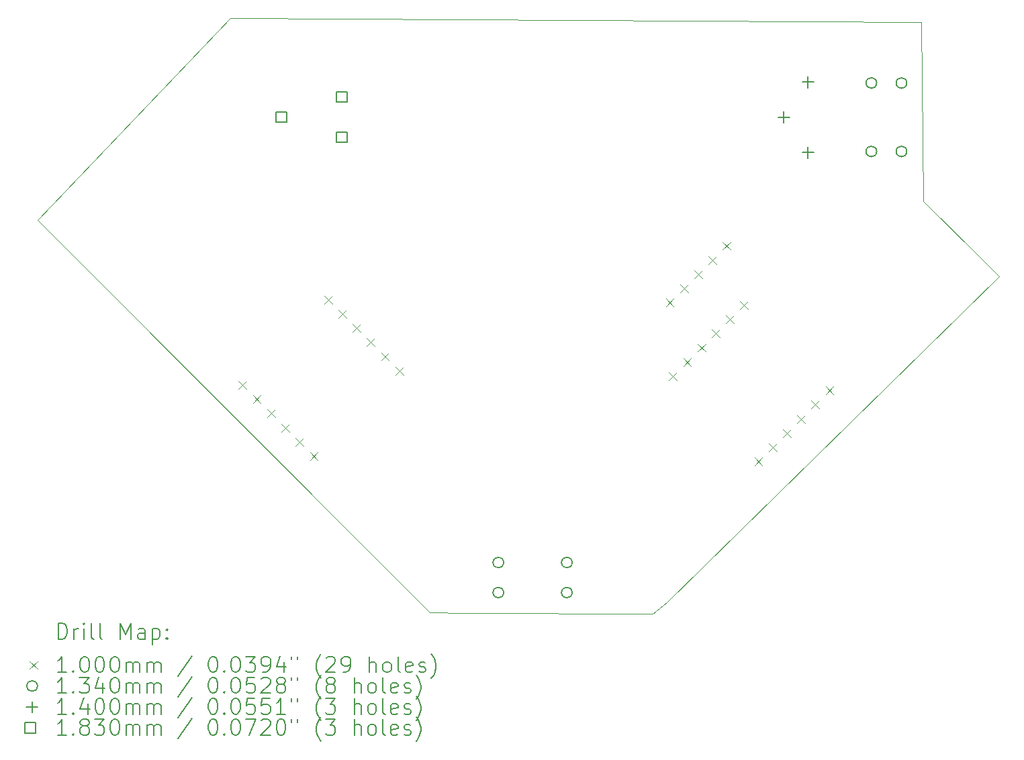
<source format=gbr>
%TF.GenerationSoftware,KiCad,Pcbnew,7.0.10*%
%TF.CreationDate,2025-06-24T14:49:32+02:00*%
%TF.ProjectId,BQ2xxxx,42513278-7878-4782-9e6b-696361645f70,rev?*%
%TF.SameCoordinates,Original*%
%TF.FileFunction,Drillmap*%
%TF.FilePolarity,Positive*%
%FSLAX45Y45*%
G04 Gerber Fmt 4.5, Leading zero omitted, Abs format (unit mm)*
G04 Created by KiCad (PCBNEW 7.0.10) date 2025-06-24 14:49:32*
%MOMM*%
%LPD*%
G01*
G04 APERTURE LIST*
%ADD10C,0.100000*%
%ADD11C,0.200000*%
%ADD12C,0.134000*%
%ADD13C,0.140000*%
%ADD14C,0.183000*%
G04 APERTURE END LIST*
D10*
X14210000Y-15910000D02*
X13760000Y-15900000D01*
X16570000Y-15920000D02*
X14210000Y-15910000D01*
X16750000Y-15770000D02*
X16570000Y-15920000D01*
X20940000Y-11660000D02*
X16750000Y-15770000D01*
X20700000Y-11420000D02*
X20940000Y-11660000D01*
X19980000Y-10710000D02*
X20700000Y-11420000D01*
X19960000Y-8450000D02*
X19980000Y-10710000D01*
X11250000Y-8400000D02*
X19960000Y-8450000D01*
X8820000Y-10950000D02*
X11250000Y-8400000D01*
X13760000Y-15900000D02*
X8820000Y-10950000D01*
D11*
D10*
X11351844Y-12980000D02*
X11451844Y-13080000D01*
X11451844Y-12980000D02*
X11351844Y-13080000D01*
X11531449Y-13159605D02*
X11631449Y-13259605D01*
X11631449Y-13159605D02*
X11531449Y-13259605D01*
X11711054Y-13339210D02*
X11811054Y-13439210D01*
X11811054Y-13339210D02*
X11711054Y-13439210D01*
X11890659Y-13518815D02*
X11990659Y-13618815D01*
X11990659Y-13518815D02*
X11890659Y-13618815D01*
X12070264Y-13698420D02*
X12170264Y-13798420D01*
X12170264Y-13698420D02*
X12070264Y-13798420D01*
X12249869Y-13878026D02*
X12349869Y-13978026D01*
X12349869Y-13878026D02*
X12249869Y-13978026D01*
X12429474Y-11902369D02*
X12529474Y-12002369D01*
X12529474Y-11902369D02*
X12429474Y-12002369D01*
X12609079Y-12081974D02*
X12709079Y-12181974D01*
X12709079Y-12081974D02*
X12609079Y-12181974D01*
X12788685Y-12261579D02*
X12888685Y-12361579D01*
X12888685Y-12261579D02*
X12788685Y-12361579D01*
X12968290Y-12441185D02*
X13068290Y-12541185D01*
X13068290Y-12441185D02*
X12968290Y-12541185D01*
X13147895Y-12620790D02*
X13247895Y-12720790D01*
X13247895Y-12620790D02*
X13147895Y-12720790D01*
X13327500Y-12800395D02*
X13427500Y-12900395D01*
X13427500Y-12800395D02*
X13327500Y-12900395D01*
X16737723Y-11941304D02*
X16837723Y-12041304D01*
X16837723Y-11941304D02*
X16737723Y-12041304D01*
X16777500Y-12870000D02*
X16877500Y-12970000D01*
X16877500Y-12870000D02*
X16777500Y-12970000D01*
X16917328Y-11761699D02*
X17017328Y-11861699D01*
X17017328Y-11761699D02*
X16917328Y-11861699D01*
X16957105Y-12690395D02*
X17057105Y-12790395D01*
X17057105Y-12690395D02*
X16957105Y-12790395D01*
X17096933Y-11582094D02*
X17196933Y-11682094D01*
X17196933Y-11582094D02*
X17096933Y-11682094D01*
X17136710Y-12510790D02*
X17236710Y-12610790D01*
X17236710Y-12510790D02*
X17136710Y-12610790D01*
X17276538Y-11402489D02*
X17376538Y-11502489D01*
X17376538Y-11402489D02*
X17276538Y-11502489D01*
X17316315Y-12331185D02*
X17416315Y-12431185D01*
X17416315Y-12331185D02*
X17316315Y-12431185D01*
X17456143Y-11222884D02*
X17556143Y-11322884D01*
X17556143Y-11222884D02*
X17456143Y-11322884D01*
X17495921Y-12151579D02*
X17595921Y-12251579D01*
X17595921Y-12151579D02*
X17495921Y-12251579D01*
X17675526Y-11971974D02*
X17775526Y-12071974D01*
X17775526Y-11971974D02*
X17675526Y-12071974D01*
X17855131Y-13947631D02*
X17955131Y-14047631D01*
X17955131Y-13947631D02*
X17855131Y-14047631D01*
X18034736Y-13768026D02*
X18134736Y-13868026D01*
X18134736Y-13768026D02*
X18034736Y-13868026D01*
X18214341Y-13588420D02*
X18314341Y-13688420D01*
X18314341Y-13588420D02*
X18214341Y-13688420D01*
X18393946Y-13408815D02*
X18493946Y-13508815D01*
X18493946Y-13408815D02*
X18393946Y-13508815D01*
X18573551Y-13229210D02*
X18673551Y-13329210D01*
X18673551Y-13229210D02*
X18573551Y-13329210D01*
X18753156Y-13049605D02*
X18853156Y-13149605D01*
X18853156Y-13049605D02*
X18753156Y-13149605D01*
D12*
X14692500Y-15270200D02*
G75*
G03*
X14558500Y-15270200I-67000J0D01*
G01*
X14558500Y-15270200D02*
G75*
G03*
X14692500Y-15270200I67000J0D01*
G01*
X14692500Y-15650200D02*
G75*
G03*
X14558500Y-15650200I-67000J0D01*
G01*
X14558500Y-15650200D02*
G75*
G03*
X14692500Y-15650200I67000J0D01*
G01*
X15556500Y-15270200D02*
G75*
G03*
X15422500Y-15270200I-67000J0D01*
G01*
X15422500Y-15270200D02*
G75*
G03*
X15556500Y-15270200I67000J0D01*
G01*
X15556500Y-15650200D02*
G75*
G03*
X15422500Y-15650200I-67000J0D01*
G01*
X15422500Y-15650200D02*
G75*
G03*
X15556500Y-15650200I67000J0D01*
G01*
X19396200Y-9218000D02*
G75*
G03*
X19262200Y-9218000I-67000J0D01*
G01*
X19262200Y-9218000D02*
G75*
G03*
X19396200Y-9218000I67000J0D01*
G01*
X19396200Y-10082000D02*
G75*
G03*
X19262200Y-10082000I-67000J0D01*
G01*
X19262200Y-10082000D02*
G75*
G03*
X19396200Y-10082000I67000J0D01*
G01*
X19776200Y-9218000D02*
G75*
G03*
X19642200Y-9218000I-67000J0D01*
G01*
X19642200Y-9218000D02*
G75*
G03*
X19776200Y-9218000I67000J0D01*
G01*
X19776200Y-10082000D02*
G75*
G03*
X19642200Y-10082000I-67000J0D01*
G01*
X19642200Y-10082000D02*
G75*
G03*
X19776200Y-10082000I67000J0D01*
G01*
D13*
X18226000Y-9580000D02*
X18226000Y-9720000D01*
X18156000Y-9650000D02*
X18296000Y-9650000D01*
X18531000Y-9135500D02*
X18531000Y-9275500D01*
X18461000Y-9205500D02*
X18601000Y-9205500D01*
X18531000Y-10024500D02*
X18531000Y-10164500D01*
X18461000Y-10094500D02*
X18601000Y-10094500D01*
D14*
X11954701Y-9714701D02*
X11954701Y-9585299D01*
X11825299Y-9585299D01*
X11825299Y-9714701D01*
X11954701Y-9714701D01*
X12716701Y-9460701D02*
X12716701Y-9331299D01*
X12587299Y-9331299D01*
X12587299Y-9460701D01*
X12716701Y-9460701D01*
X12716701Y-9968701D02*
X12716701Y-9839299D01*
X12587299Y-9839299D01*
X12587299Y-9968701D01*
X12716701Y-9968701D01*
D11*
X9075777Y-16236484D02*
X9075777Y-16036484D01*
X9075777Y-16036484D02*
X9123396Y-16036484D01*
X9123396Y-16036484D02*
X9151967Y-16046008D01*
X9151967Y-16046008D02*
X9171015Y-16065055D01*
X9171015Y-16065055D02*
X9180539Y-16084103D01*
X9180539Y-16084103D02*
X9190063Y-16122198D01*
X9190063Y-16122198D02*
X9190063Y-16150769D01*
X9190063Y-16150769D02*
X9180539Y-16188865D01*
X9180539Y-16188865D02*
X9171015Y-16207912D01*
X9171015Y-16207912D02*
X9151967Y-16226960D01*
X9151967Y-16226960D02*
X9123396Y-16236484D01*
X9123396Y-16236484D02*
X9075777Y-16236484D01*
X9275777Y-16236484D02*
X9275777Y-16103150D01*
X9275777Y-16141246D02*
X9285301Y-16122198D01*
X9285301Y-16122198D02*
X9294824Y-16112674D01*
X9294824Y-16112674D02*
X9313872Y-16103150D01*
X9313872Y-16103150D02*
X9332920Y-16103150D01*
X9399586Y-16236484D02*
X9399586Y-16103150D01*
X9399586Y-16036484D02*
X9390063Y-16046008D01*
X9390063Y-16046008D02*
X9399586Y-16055531D01*
X9399586Y-16055531D02*
X9409110Y-16046008D01*
X9409110Y-16046008D02*
X9399586Y-16036484D01*
X9399586Y-16036484D02*
X9399586Y-16055531D01*
X9523396Y-16236484D02*
X9504348Y-16226960D01*
X9504348Y-16226960D02*
X9494824Y-16207912D01*
X9494824Y-16207912D02*
X9494824Y-16036484D01*
X9628158Y-16236484D02*
X9609110Y-16226960D01*
X9609110Y-16226960D02*
X9599586Y-16207912D01*
X9599586Y-16207912D02*
X9599586Y-16036484D01*
X9856729Y-16236484D02*
X9856729Y-16036484D01*
X9856729Y-16036484D02*
X9923396Y-16179341D01*
X9923396Y-16179341D02*
X9990063Y-16036484D01*
X9990063Y-16036484D02*
X9990063Y-16236484D01*
X10171015Y-16236484D02*
X10171015Y-16131722D01*
X10171015Y-16131722D02*
X10161491Y-16112674D01*
X10161491Y-16112674D02*
X10142444Y-16103150D01*
X10142444Y-16103150D02*
X10104348Y-16103150D01*
X10104348Y-16103150D02*
X10085301Y-16112674D01*
X10171015Y-16226960D02*
X10151967Y-16236484D01*
X10151967Y-16236484D02*
X10104348Y-16236484D01*
X10104348Y-16236484D02*
X10085301Y-16226960D01*
X10085301Y-16226960D02*
X10075777Y-16207912D01*
X10075777Y-16207912D02*
X10075777Y-16188865D01*
X10075777Y-16188865D02*
X10085301Y-16169817D01*
X10085301Y-16169817D02*
X10104348Y-16160293D01*
X10104348Y-16160293D02*
X10151967Y-16160293D01*
X10151967Y-16160293D02*
X10171015Y-16150769D01*
X10266253Y-16103150D02*
X10266253Y-16303150D01*
X10266253Y-16112674D02*
X10285301Y-16103150D01*
X10285301Y-16103150D02*
X10323396Y-16103150D01*
X10323396Y-16103150D02*
X10342444Y-16112674D01*
X10342444Y-16112674D02*
X10351967Y-16122198D01*
X10351967Y-16122198D02*
X10361491Y-16141246D01*
X10361491Y-16141246D02*
X10361491Y-16198388D01*
X10361491Y-16198388D02*
X10351967Y-16217436D01*
X10351967Y-16217436D02*
X10342444Y-16226960D01*
X10342444Y-16226960D02*
X10323396Y-16236484D01*
X10323396Y-16236484D02*
X10285301Y-16236484D01*
X10285301Y-16236484D02*
X10266253Y-16226960D01*
X10447205Y-16217436D02*
X10456729Y-16226960D01*
X10456729Y-16226960D02*
X10447205Y-16236484D01*
X10447205Y-16236484D02*
X10437682Y-16226960D01*
X10437682Y-16226960D02*
X10447205Y-16217436D01*
X10447205Y-16217436D02*
X10447205Y-16236484D01*
X10447205Y-16112674D02*
X10456729Y-16122198D01*
X10456729Y-16122198D02*
X10447205Y-16131722D01*
X10447205Y-16131722D02*
X10437682Y-16122198D01*
X10437682Y-16122198D02*
X10447205Y-16112674D01*
X10447205Y-16112674D02*
X10447205Y-16131722D01*
D10*
X8715000Y-16515000D02*
X8815000Y-16615000D01*
X8815000Y-16515000D02*
X8715000Y-16615000D01*
D11*
X9180539Y-16656484D02*
X9066253Y-16656484D01*
X9123396Y-16656484D02*
X9123396Y-16456484D01*
X9123396Y-16456484D02*
X9104348Y-16485055D01*
X9104348Y-16485055D02*
X9085301Y-16504103D01*
X9085301Y-16504103D02*
X9066253Y-16513627D01*
X9266253Y-16637436D02*
X9275777Y-16646960D01*
X9275777Y-16646960D02*
X9266253Y-16656484D01*
X9266253Y-16656484D02*
X9256729Y-16646960D01*
X9256729Y-16646960D02*
X9266253Y-16637436D01*
X9266253Y-16637436D02*
X9266253Y-16656484D01*
X9399586Y-16456484D02*
X9418634Y-16456484D01*
X9418634Y-16456484D02*
X9437682Y-16466008D01*
X9437682Y-16466008D02*
X9447205Y-16475531D01*
X9447205Y-16475531D02*
X9456729Y-16494579D01*
X9456729Y-16494579D02*
X9466253Y-16532674D01*
X9466253Y-16532674D02*
X9466253Y-16580293D01*
X9466253Y-16580293D02*
X9456729Y-16618388D01*
X9456729Y-16618388D02*
X9447205Y-16637436D01*
X9447205Y-16637436D02*
X9437682Y-16646960D01*
X9437682Y-16646960D02*
X9418634Y-16656484D01*
X9418634Y-16656484D02*
X9399586Y-16656484D01*
X9399586Y-16656484D02*
X9380539Y-16646960D01*
X9380539Y-16646960D02*
X9371015Y-16637436D01*
X9371015Y-16637436D02*
X9361491Y-16618388D01*
X9361491Y-16618388D02*
X9351967Y-16580293D01*
X9351967Y-16580293D02*
X9351967Y-16532674D01*
X9351967Y-16532674D02*
X9361491Y-16494579D01*
X9361491Y-16494579D02*
X9371015Y-16475531D01*
X9371015Y-16475531D02*
X9380539Y-16466008D01*
X9380539Y-16466008D02*
X9399586Y-16456484D01*
X9590063Y-16456484D02*
X9609110Y-16456484D01*
X9609110Y-16456484D02*
X9628158Y-16466008D01*
X9628158Y-16466008D02*
X9637682Y-16475531D01*
X9637682Y-16475531D02*
X9647205Y-16494579D01*
X9647205Y-16494579D02*
X9656729Y-16532674D01*
X9656729Y-16532674D02*
X9656729Y-16580293D01*
X9656729Y-16580293D02*
X9647205Y-16618388D01*
X9647205Y-16618388D02*
X9637682Y-16637436D01*
X9637682Y-16637436D02*
X9628158Y-16646960D01*
X9628158Y-16646960D02*
X9609110Y-16656484D01*
X9609110Y-16656484D02*
X9590063Y-16656484D01*
X9590063Y-16656484D02*
X9571015Y-16646960D01*
X9571015Y-16646960D02*
X9561491Y-16637436D01*
X9561491Y-16637436D02*
X9551967Y-16618388D01*
X9551967Y-16618388D02*
X9542444Y-16580293D01*
X9542444Y-16580293D02*
X9542444Y-16532674D01*
X9542444Y-16532674D02*
X9551967Y-16494579D01*
X9551967Y-16494579D02*
X9561491Y-16475531D01*
X9561491Y-16475531D02*
X9571015Y-16466008D01*
X9571015Y-16466008D02*
X9590063Y-16456484D01*
X9780539Y-16456484D02*
X9799586Y-16456484D01*
X9799586Y-16456484D02*
X9818634Y-16466008D01*
X9818634Y-16466008D02*
X9828158Y-16475531D01*
X9828158Y-16475531D02*
X9837682Y-16494579D01*
X9837682Y-16494579D02*
X9847205Y-16532674D01*
X9847205Y-16532674D02*
X9847205Y-16580293D01*
X9847205Y-16580293D02*
X9837682Y-16618388D01*
X9837682Y-16618388D02*
X9828158Y-16637436D01*
X9828158Y-16637436D02*
X9818634Y-16646960D01*
X9818634Y-16646960D02*
X9799586Y-16656484D01*
X9799586Y-16656484D02*
X9780539Y-16656484D01*
X9780539Y-16656484D02*
X9761491Y-16646960D01*
X9761491Y-16646960D02*
X9751967Y-16637436D01*
X9751967Y-16637436D02*
X9742444Y-16618388D01*
X9742444Y-16618388D02*
X9732920Y-16580293D01*
X9732920Y-16580293D02*
X9732920Y-16532674D01*
X9732920Y-16532674D02*
X9742444Y-16494579D01*
X9742444Y-16494579D02*
X9751967Y-16475531D01*
X9751967Y-16475531D02*
X9761491Y-16466008D01*
X9761491Y-16466008D02*
X9780539Y-16456484D01*
X9932920Y-16656484D02*
X9932920Y-16523150D01*
X9932920Y-16542198D02*
X9942444Y-16532674D01*
X9942444Y-16532674D02*
X9961491Y-16523150D01*
X9961491Y-16523150D02*
X9990063Y-16523150D01*
X9990063Y-16523150D02*
X10009110Y-16532674D01*
X10009110Y-16532674D02*
X10018634Y-16551722D01*
X10018634Y-16551722D02*
X10018634Y-16656484D01*
X10018634Y-16551722D02*
X10028158Y-16532674D01*
X10028158Y-16532674D02*
X10047205Y-16523150D01*
X10047205Y-16523150D02*
X10075777Y-16523150D01*
X10075777Y-16523150D02*
X10094825Y-16532674D01*
X10094825Y-16532674D02*
X10104348Y-16551722D01*
X10104348Y-16551722D02*
X10104348Y-16656484D01*
X10199586Y-16656484D02*
X10199586Y-16523150D01*
X10199586Y-16542198D02*
X10209110Y-16532674D01*
X10209110Y-16532674D02*
X10228158Y-16523150D01*
X10228158Y-16523150D02*
X10256729Y-16523150D01*
X10256729Y-16523150D02*
X10275777Y-16532674D01*
X10275777Y-16532674D02*
X10285301Y-16551722D01*
X10285301Y-16551722D02*
X10285301Y-16656484D01*
X10285301Y-16551722D02*
X10294825Y-16532674D01*
X10294825Y-16532674D02*
X10313872Y-16523150D01*
X10313872Y-16523150D02*
X10342444Y-16523150D01*
X10342444Y-16523150D02*
X10361491Y-16532674D01*
X10361491Y-16532674D02*
X10371015Y-16551722D01*
X10371015Y-16551722D02*
X10371015Y-16656484D01*
X10761491Y-16446960D02*
X10590063Y-16704103D01*
X11018634Y-16456484D02*
X11037682Y-16456484D01*
X11037682Y-16456484D02*
X11056729Y-16466008D01*
X11056729Y-16466008D02*
X11066253Y-16475531D01*
X11066253Y-16475531D02*
X11075777Y-16494579D01*
X11075777Y-16494579D02*
X11085301Y-16532674D01*
X11085301Y-16532674D02*
X11085301Y-16580293D01*
X11085301Y-16580293D02*
X11075777Y-16618388D01*
X11075777Y-16618388D02*
X11066253Y-16637436D01*
X11066253Y-16637436D02*
X11056729Y-16646960D01*
X11056729Y-16646960D02*
X11037682Y-16656484D01*
X11037682Y-16656484D02*
X11018634Y-16656484D01*
X11018634Y-16656484D02*
X10999587Y-16646960D01*
X10999587Y-16646960D02*
X10990063Y-16637436D01*
X10990063Y-16637436D02*
X10980539Y-16618388D01*
X10980539Y-16618388D02*
X10971015Y-16580293D01*
X10971015Y-16580293D02*
X10971015Y-16532674D01*
X10971015Y-16532674D02*
X10980539Y-16494579D01*
X10980539Y-16494579D02*
X10990063Y-16475531D01*
X10990063Y-16475531D02*
X10999587Y-16466008D01*
X10999587Y-16466008D02*
X11018634Y-16456484D01*
X11171015Y-16637436D02*
X11180539Y-16646960D01*
X11180539Y-16646960D02*
X11171015Y-16656484D01*
X11171015Y-16656484D02*
X11161491Y-16646960D01*
X11161491Y-16646960D02*
X11171015Y-16637436D01*
X11171015Y-16637436D02*
X11171015Y-16656484D01*
X11304348Y-16456484D02*
X11323396Y-16456484D01*
X11323396Y-16456484D02*
X11342444Y-16466008D01*
X11342444Y-16466008D02*
X11351967Y-16475531D01*
X11351967Y-16475531D02*
X11361491Y-16494579D01*
X11361491Y-16494579D02*
X11371015Y-16532674D01*
X11371015Y-16532674D02*
X11371015Y-16580293D01*
X11371015Y-16580293D02*
X11361491Y-16618388D01*
X11361491Y-16618388D02*
X11351967Y-16637436D01*
X11351967Y-16637436D02*
X11342444Y-16646960D01*
X11342444Y-16646960D02*
X11323396Y-16656484D01*
X11323396Y-16656484D02*
X11304348Y-16656484D01*
X11304348Y-16656484D02*
X11285301Y-16646960D01*
X11285301Y-16646960D02*
X11275777Y-16637436D01*
X11275777Y-16637436D02*
X11266253Y-16618388D01*
X11266253Y-16618388D02*
X11256729Y-16580293D01*
X11256729Y-16580293D02*
X11256729Y-16532674D01*
X11256729Y-16532674D02*
X11266253Y-16494579D01*
X11266253Y-16494579D02*
X11275777Y-16475531D01*
X11275777Y-16475531D02*
X11285301Y-16466008D01*
X11285301Y-16466008D02*
X11304348Y-16456484D01*
X11437682Y-16456484D02*
X11561491Y-16456484D01*
X11561491Y-16456484D02*
X11494825Y-16532674D01*
X11494825Y-16532674D02*
X11523396Y-16532674D01*
X11523396Y-16532674D02*
X11542444Y-16542198D01*
X11542444Y-16542198D02*
X11551967Y-16551722D01*
X11551967Y-16551722D02*
X11561491Y-16570769D01*
X11561491Y-16570769D02*
X11561491Y-16618388D01*
X11561491Y-16618388D02*
X11551967Y-16637436D01*
X11551967Y-16637436D02*
X11542444Y-16646960D01*
X11542444Y-16646960D02*
X11523396Y-16656484D01*
X11523396Y-16656484D02*
X11466253Y-16656484D01*
X11466253Y-16656484D02*
X11447206Y-16646960D01*
X11447206Y-16646960D02*
X11437682Y-16637436D01*
X11656729Y-16656484D02*
X11694825Y-16656484D01*
X11694825Y-16656484D02*
X11713872Y-16646960D01*
X11713872Y-16646960D02*
X11723396Y-16637436D01*
X11723396Y-16637436D02*
X11742444Y-16608865D01*
X11742444Y-16608865D02*
X11751967Y-16570769D01*
X11751967Y-16570769D02*
X11751967Y-16494579D01*
X11751967Y-16494579D02*
X11742444Y-16475531D01*
X11742444Y-16475531D02*
X11732920Y-16466008D01*
X11732920Y-16466008D02*
X11713872Y-16456484D01*
X11713872Y-16456484D02*
X11675777Y-16456484D01*
X11675777Y-16456484D02*
X11656729Y-16466008D01*
X11656729Y-16466008D02*
X11647206Y-16475531D01*
X11647206Y-16475531D02*
X11637682Y-16494579D01*
X11637682Y-16494579D02*
X11637682Y-16542198D01*
X11637682Y-16542198D02*
X11647206Y-16561246D01*
X11647206Y-16561246D02*
X11656729Y-16570769D01*
X11656729Y-16570769D02*
X11675777Y-16580293D01*
X11675777Y-16580293D02*
X11713872Y-16580293D01*
X11713872Y-16580293D02*
X11732920Y-16570769D01*
X11732920Y-16570769D02*
X11742444Y-16561246D01*
X11742444Y-16561246D02*
X11751967Y-16542198D01*
X11923396Y-16523150D02*
X11923396Y-16656484D01*
X11875777Y-16446960D02*
X11828158Y-16589817D01*
X11828158Y-16589817D02*
X11951967Y-16589817D01*
X12018634Y-16456484D02*
X12018634Y-16494579D01*
X12094825Y-16456484D02*
X12094825Y-16494579D01*
X12390063Y-16732674D02*
X12380539Y-16723150D01*
X12380539Y-16723150D02*
X12361491Y-16694579D01*
X12361491Y-16694579D02*
X12351968Y-16675531D01*
X12351968Y-16675531D02*
X12342444Y-16646960D01*
X12342444Y-16646960D02*
X12332920Y-16599341D01*
X12332920Y-16599341D02*
X12332920Y-16561246D01*
X12332920Y-16561246D02*
X12342444Y-16513627D01*
X12342444Y-16513627D02*
X12351968Y-16485055D01*
X12351968Y-16485055D02*
X12361491Y-16466008D01*
X12361491Y-16466008D02*
X12380539Y-16437436D01*
X12380539Y-16437436D02*
X12390063Y-16427912D01*
X12456729Y-16475531D02*
X12466253Y-16466008D01*
X12466253Y-16466008D02*
X12485301Y-16456484D01*
X12485301Y-16456484D02*
X12532920Y-16456484D01*
X12532920Y-16456484D02*
X12551968Y-16466008D01*
X12551968Y-16466008D02*
X12561491Y-16475531D01*
X12561491Y-16475531D02*
X12571015Y-16494579D01*
X12571015Y-16494579D02*
X12571015Y-16513627D01*
X12571015Y-16513627D02*
X12561491Y-16542198D01*
X12561491Y-16542198D02*
X12447206Y-16656484D01*
X12447206Y-16656484D02*
X12571015Y-16656484D01*
X12666253Y-16656484D02*
X12704348Y-16656484D01*
X12704348Y-16656484D02*
X12723396Y-16646960D01*
X12723396Y-16646960D02*
X12732920Y-16637436D01*
X12732920Y-16637436D02*
X12751968Y-16608865D01*
X12751968Y-16608865D02*
X12761491Y-16570769D01*
X12761491Y-16570769D02*
X12761491Y-16494579D01*
X12761491Y-16494579D02*
X12751968Y-16475531D01*
X12751968Y-16475531D02*
X12742444Y-16466008D01*
X12742444Y-16466008D02*
X12723396Y-16456484D01*
X12723396Y-16456484D02*
X12685301Y-16456484D01*
X12685301Y-16456484D02*
X12666253Y-16466008D01*
X12666253Y-16466008D02*
X12656729Y-16475531D01*
X12656729Y-16475531D02*
X12647206Y-16494579D01*
X12647206Y-16494579D02*
X12647206Y-16542198D01*
X12647206Y-16542198D02*
X12656729Y-16561246D01*
X12656729Y-16561246D02*
X12666253Y-16570769D01*
X12666253Y-16570769D02*
X12685301Y-16580293D01*
X12685301Y-16580293D02*
X12723396Y-16580293D01*
X12723396Y-16580293D02*
X12742444Y-16570769D01*
X12742444Y-16570769D02*
X12751968Y-16561246D01*
X12751968Y-16561246D02*
X12761491Y-16542198D01*
X12999587Y-16656484D02*
X12999587Y-16456484D01*
X13085301Y-16656484D02*
X13085301Y-16551722D01*
X13085301Y-16551722D02*
X13075777Y-16532674D01*
X13075777Y-16532674D02*
X13056730Y-16523150D01*
X13056730Y-16523150D02*
X13028158Y-16523150D01*
X13028158Y-16523150D02*
X13009110Y-16532674D01*
X13009110Y-16532674D02*
X12999587Y-16542198D01*
X13209110Y-16656484D02*
X13190063Y-16646960D01*
X13190063Y-16646960D02*
X13180539Y-16637436D01*
X13180539Y-16637436D02*
X13171015Y-16618388D01*
X13171015Y-16618388D02*
X13171015Y-16561246D01*
X13171015Y-16561246D02*
X13180539Y-16542198D01*
X13180539Y-16542198D02*
X13190063Y-16532674D01*
X13190063Y-16532674D02*
X13209110Y-16523150D01*
X13209110Y-16523150D02*
X13237682Y-16523150D01*
X13237682Y-16523150D02*
X13256730Y-16532674D01*
X13256730Y-16532674D02*
X13266253Y-16542198D01*
X13266253Y-16542198D02*
X13275777Y-16561246D01*
X13275777Y-16561246D02*
X13275777Y-16618388D01*
X13275777Y-16618388D02*
X13266253Y-16637436D01*
X13266253Y-16637436D02*
X13256730Y-16646960D01*
X13256730Y-16646960D02*
X13237682Y-16656484D01*
X13237682Y-16656484D02*
X13209110Y-16656484D01*
X13390063Y-16656484D02*
X13371015Y-16646960D01*
X13371015Y-16646960D02*
X13361491Y-16627912D01*
X13361491Y-16627912D02*
X13361491Y-16456484D01*
X13542444Y-16646960D02*
X13523396Y-16656484D01*
X13523396Y-16656484D02*
X13485301Y-16656484D01*
X13485301Y-16656484D02*
X13466253Y-16646960D01*
X13466253Y-16646960D02*
X13456730Y-16627912D01*
X13456730Y-16627912D02*
X13456730Y-16551722D01*
X13456730Y-16551722D02*
X13466253Y-16532674D01*
X13466253Y-16532674D02*
X13485301Y-16523150D01*
X13485301Y-16523150D02*
X13523396Y-16523150D01*
X13523396Y-16523150D02*
X13542444Y-16532674D01*
X13542444Y-16532674D02*
X13551968Y-16551722D01*
X13551968Y-16551722D02*
X13551968Y-16570769D01*
X13551968Y-16570769D02*
X13456730Y-16589817D01*
X13628158Y-16646960D02*
X13647206Y-16656484D01*
X13647206Y-16656484D02*
X13685301Y-16656484D01*
X13685301Y-16656484D02*
X13704349Y-16646960D01*
X13704349Y-16646960D02*
X13713872Y-16627912D01*
X13713872Y-16627912D02*
X13713872Y-16618388D01*
X13713872Y-16618388D02*
X13704349Y-16599341D01*
X13704349Y-16599341D02*
X13685301Y-16589817D01*
X13685301Y-16589817D02*
X13656730Y-16589817D01*
X13656730Y-16589817D02*
X13637682Y-16580293D01*
X13637682Y-16580293D02*
X13628158Y-16561246D01*
X13628158Y-16561246D02*
X13628158Y-16551722D01*
X13628158Y-16551722D02*
X13637682Y-16532674D01*
X13637682Y-16532674D02*
X13656730Y-16523150D01*
X13656730Y-16523150D02*
X13685301Y-16523150D01*
X13685301Y-16523150D02*
X13704349Y-16532674D01*
X13780539Y-16732674D02*
X13790063Y-16723150D01*
X13790063Y-16723150D02*
X13809111Y-16694579D01*
X13809111Y-16694579D02*
X13818634Y-16675531D01*
X13818634Y-16675531D02*
X13828158Y-16646960D01*
X13828158Y-16646960D02*
X13837682Y-16599341D01*
X13837682Y-16599341D02*
X13837682Y-16561246D01*
X13837682Y-16561246D02*
X13828158Y-16513627D01*
X13828158Y-16513627D02*
X13818634Y-16485055D01*
X13818634Y-16485055D02*
X13809111Y-16466008D01*
X13809111Y-16466008D02*
X13790063Y-16437436D01*
X13790063Y-16437436D02*
X13780539Y-16427912D01*
D12*
X8815000Y-16829000D02*
G75*
G03*
X8681000Y-16829000I-67000J0D01*
G01*
X8681000Y-16829000D02*
G75*
G03*
X8815000Y-16829000I67000J0D01*
G01*
D11*
X9180539Y-16920484D02*
X9066253Y-16920484D01*
X9123396Y-16920484D02*
X9123396Y-16720484D01*
X9123396Y-16720484D02*
X9104348Y-16749055D01*
X9104348Y-16749055D02*
X9085301Y-16768103D01*
X9085301Y-16768103D02*
X9066253Y-16777627D01*
X9266253Y-16901436D02*
X9275777Y-16910960D01*
X9275777Y-16910960D02*
X9266253Y-16920484D01*
X9266253Y-16920484D02*
X9256729Y-16910960D01*
X9256729Y-16910960D02*
X9266253Y-16901436D01*
X9266253Y-16901436D02*
X9266253Y-16920484D01*
X9342444Y-16720484D02*
X9466253Y-16720484D01*
X9466253Y-16720484D02*
X9399586Y-16796674D01*
X9399586Y-16796674D02*
X9428158Y-16796674D01*
X9428158Y-16796674D02*
X9447205Y-16806198D01*
X9447205Y-16806198D02*
X9456729Y-16815722D01*
X9456729Y-16815722D02*
X9466253Y-16834770D01*
X9466253Y-16834770D02*
X9466253Y-16882389D01*
X9466253Y-16882389D02*
X9456729Y-16901436D01*
X9456729Y-16901436D02*
X9447205Y-16910960D01*
X9447205Y-16910960D02*
X9428158Y-16920484D01*
X9428158Y-16920484D02*
X9371015Y-16920484D01*
X9371015Y-16920484D02*
X9351967Y-16910960D01*
X9351967Y-16910960D02*
X9342444Y-16901436D01*
X9637682Y-16787150D02*
X9637682Y-16920484D01*
X9590063Y-16710960D02*
X9542444Y-16853817D01*
X9542444Y-16853817D02*
X9666253Y-16853817D01*
X9780539Y-16720484D02*
X9799586Y-16720484D01*
X9799586Y-16720484D02*
X9818634Y-16730008D01*
X9818634Y-16730008D02*
X9828158Y-16739531D01*
X9828158Y-16739531D02*
X9837682Y-16758579D01*
X9837682Y-16758579D02*
X9847205Y-16796674D01*
X9847205Y-16796674D02*
X9847205Y-16844293D01*
X9847205Y-16844293D02*
X9837682Y-16882389D01*
X9837682Y-16882389D02*
X9828158Y-16901436D01*
X9828158Y-16901436D02*
X9818634Y-16910960D01*
X9818634Y-16910960D02*
X9799586Y-16920484D01*
X9799586Y-16920484D02*
X9780539Y-16920484D01*
X9780539Y-16920484D02*
X9761491Y-16910960D01*
X9761491Y-16910960D02*
X9751967Y-16901436D01*
X9751967Y-16901436D02*
X9742444Y-16882389D01*
X9742444Y-16882389D02*
X9732920Y-16844293D01*
X9732920Y-16844293D02*
X9732920Y-16796674D01*
X9732920Y-16796674D02*
X9742444Y-16758579D01*
X9742444Y-16758579D02*
X9751967Y-16739531D01*
X9751967Y-16739531D02*
X9761491Y-16730008D01*
X9761491Y-16730008D02*
X9780539Y-16720484D01*
X9932920Y-16920484D02*
X9932920Y-16787150D01*
X9932920Y-16806198D02*
X9942444Y-16796674D01*
X9942444Y-16796674D02*
X9961491Y-16787150D01*
X9961491Y-16787150D02*
X9990063Y-16787150D01*
X9990063Y-16787150D02*
X10009110Y-16796674D01*
X10009110Y-16796674D02*
X10018634Y-16815722D01*
X10018634Y-16815722D02*
X10018634Y-16920484D01*
X10018634Y-16815722D02*
X10028158Y-16796674D01*
X10028158Y-16796674D02*
X10047205Y-16787150D01*
X10047205Y-16787150D02*
X10075777Y-16787150D01*
X10075777Y-16787150D02*
X10094825Y-16796674D01*
X10094825Y-16796674D02*
X10104348Y-16815722D01*
X10104348Y-16815722D02*
X10104348Y-16920484D01*
X10199586Y-16920484D02*
X10199586Y-16787150D01*
X10199586Y-16806198D02*
X10209110Y-16796674D01*
X10209110Y-16796674D02*
X10228158Y-16787150D01*
X10228158Y-16787150D02*
X10256729Y-16787150D01*
X10256729Y-16787150D02*
X10275777Y-16796674D01*
X10275777Y-16796674D02*
X10285301Y-16815722D01*
X10285301Y-16815722D02*
X10285301Y-16920484D01*
X10285301Y-16815722D02*
X10294825Y-16796674D01*
X10294825Y-16796674D02*
X10313872Y-16787150D01*
X10313872Y-16787150D02*
X10342444Y-16787150D01*
X10342444Y-16787150D02*
X10361491Y-16796674D01*
X10361491Y-16796674D02*
X10371015Y-16815722D01*
X10371015Y-16815722D02*
X10371015Y-16920484D01*
X10761491Y-16710960D02*
X10590063Y-16968103D01*
X11018634Y-16720484D02*
X11037682Y-16720484D01*
X11037682Y-16720484D02*
X11056729Y-16730008D01*
X11056729Y-16730008D02*
X11066253Y-16739531D01*
X11066253Y-16739531D02*
X11075777Y-16758579D01*
X11075777Y-16758579D02*
X11085301Y-16796674D01*
X11085301Y-16796674D02*
X11085301Y-16844293D01*
X11085301Y-16844293D02*
X11075777Y-16882389D01*
X11075777Y-16882389D02*
X11066253Y-16901436D01*
X11066253Y-16901436D02*
X11056729Y-16910960D01*
X11056729Y-16910960D02*
X11037682Y-16920484D01*
X11037682Y-16920484D02*
X11018634Y-16920484D01*
X11018634Y-16920484D02*
X10999587Y-16910960D01*
X10999587Y-16910960D02*
X10990063Y-16901436D01*
X10990063Y-16901436D02*
X10980539Y-16882389D01*
X10980539Y-16882389D02*
X10971015Y-16844293D01*
X10971015Y-16844293D02*
X10971015Y-16796674D01*
X10971015Y-16796674D02*
X10980539Y-16758579D01*
X10980539Y-16758579D02*
X10990063Y-16739531D01*
X10990063Y-16739531D02*
X10999587Y-16730008D01*
X10999587Y-16730008D02*
X11018634Y-16720484D01*
X11171015Y-16901436D02*
X11180539Y-16910960D01*
X11180539Y-16910960D02*
X11171015Y-16920484D01*
X11171015Y-16920484D02*
X11161491Y-16910960D01*
X11161491Y-16910960D02*
X11171015Y-16901436D01*
X11171015Y-16901436D02*
X11171015Y-16920484D01*
X11304348Y-16720484D02*
X11323396Y-16720484D01*
X11323396Y-16720484D02*
X11342444Y-16730008D01*
X11342444Y-16730008D02*
X11351967Y-16739531D01*
X11351967Y-16739531D02*
X11361491Y-16758579D01*
X11361491Y-16758579D02*
X11371015Y-16796674D01*
X11371015Y-16796674D02*
X11371015Y-16844293D01*
X11371015Y-16844293D02*
X11361491Y-16882389D01*
X11361491Y-16882389D02*
X11351967Y-16901436D01*
X11351967Y-16901436D02*
X11342444Y-16910960D01*
X11342444Y-16910960D02*
X11323396Y-16920484D01*
X11323396Y-16920484D02*
X11304348Y-16920484D01*
X11304348Y-16920484D02*
X11285301Y-16910960D01*
X11285301Y-16910960D02*
X11275777Y-16901436D01*
X11275777Y-16901436D02*
X11266253Y-16882389D01*
X11266253Y-16882389D02*
X11256729Y-16844293D01*
X11256729Y-16844293D02*
X11256729Y-16796674D01*
X11256729Y-16796674D02*
X11266253Y-16758579D01*
X11266253Y-16758579D02*
X11275777Y-16739531D01*
X11275777Y-16739531D02*
X11285301Y-16730008D01*
X11285301Y-16730008D02*
X11304348Y-16720484D01*
X11551967Y-16720484D02*
X11456729Y-16720484D01*
X11456729Y-16720484D02*
X11447206Y-16815722D01*
X11447206Y-16815722D02*
X11456729Y-16806198D01*
X11456729Y-16806198D02*
X11475777Y-16796674D01*
X11475777Y-16796674D02*
X11523396Y-16796674D01*
X11523396Y-16796674D02*
X11542444Y-16806198D01*
X11542444Y-16806198D02*
X11551967Y-16815722D01*
X11551967Y-16815722D02*
X11561491Y-16834770D01*
X11561491Y-16834770D02*
X11561491Y-16882389D01*
X11561491Y-16882389D02*
X11551967Y-16901436D01*
X11551967Y-16901436D02*
X11542444Y-16910960D01*
X11542444Y-16910960D02*
X11523396Y-16920484D01*
X11523396Y-16920484D02*
X11475777Y-16920484D01*
X11475777Y-16920484D02*
X11456729Y-16910960D01*
X11456729Y-16910960D02*
X11447206Y-16901436D01*
X11637682Y-16739531D02*
X11647206Y-16730008D01*
X11647206Y-16730008D02*
X11666253Y-16720484D01*
X11666253Y-16720484D02*
X11713872Y-16720484D01*
X11713872Y-16720484D02*
X11732920Y-16730008D01*
X11732920Y-16730008D02*
X11742444Y-16739531D01*
X11742444Y-16739531D02*
X11751967Y-16758579D01*
X11751967Y-16758579D02*
X11751967Y-16777627D01*
X11751967Y-16777627D02*
X11742444Y-16806198D01*
X11742444Y-16806198D02*
X11628158Y-16920484D01*
X11628158Y-16920484D02*
X11751967Y-16920484D01*
X11866253Y-16806198D02*
X11847206Y-16796674D01*
X11847206Y-16796674D02*
X11837682Y-16787150D01*
X11837682Y-16787150D02*
X11828158Y-16768103D01*
X11828158Y-16768103D02*
X11828158Y-16758579D01*
X11828158Y-16758579D02*
X11837682Y-16739531D01*
X11837682Y-16739531D02*
X11847206Y-16730008D01*
X11847206Y-16730008D02*
X11866253Y-16720484D01*
X11866253Y-16720484D02*
X11904348Y-16720484D01*
X11904348Y-16720484D02*
X11923396Y-16730008D01*
X11923396Y-16730008D02*
X11932920Y-16739531D01*
X11932920Y-16739531D02*
X11942444Y-16758579D01*
X11942444Y-16758579D02*
X11942444Y-16768103D01*
X11942444Y-16768103D02*
X11932920Y-16787150D01*
X11932920Y-16787150D02*
X11923396Y-16796674D01*
X11923396Y-16796674D02*
X11904348Y-16806198D01*
X11904348Y-16806198D02*
X11866253Y-16806198D01*
X11866253Y-16806198D02*
X11847206Y-16815722D01*
X11847206Y-16815722D02*
X11837682Y-16825246D01*
X11837682Y-16825246D02*
X11828158Y-16844293D01*
X11828158Y-16844293D02*
X11828158Y-16882389D01*
X11828158Y-16882389D02*
X11837682Y-16901436D01*
X11837682Y-16901436D02*
X11847206Y-16910960D01*
X11847206Y-16910960D02*
X11866253Y-16920484D01*
X11866253Y-16920484D02*
X11904348Y-16920484D01*
X11904348Y-16920484D02*
X11923396Y-16910960D01*
X11923396Y-16910960D02*
X11932920Y-16901436D01*
X11932920Y-16901436D02*
X11942444Y-16882389D01*
X11942444Y-16882389D02*
X11942444Y-16844293D01*
X11942444Y-16844293D02*
X11932920Y-16825246D01*
X11932920Y-16825246D02*
X11923396Y-16815722D01*
X11923396Y-16815722D02*
X11904348Y-16806198D01*
X12018634Y-16720484D02*
X12018634Y-16758579D01*
X12094825Y-16720484D02*
X12094825Y-16758579D01*
X12390063Y-16996674D02*
X12380539Y-16987150D01*
X12380539Y-16987150D02*
X12361491Y-16958579D01*
X12361491Y-16958579D02*
X12351968Y-16939531D01*
X12351968Y-16939531D02*
X12342444Y-16910960D01*
X12342444Y-16910960D02*
X12332920Y-16863341D01*
X12332920Y-16863341D02*
X12332920Y-16825246D01*
X12332920Y-16825246D02*
X12342444Y-16777627D01*
X12342444Y-16777627D02*
X12351968Y-16749055D01*
X12351968Y-16749055D02*
X12361491Y-16730008D01*
X12361491Y-16730008D02*
X12380539Y-16701436D01*
X12380539Y-16701436D02*
X12390063Y-16691912D01*
X12494825Y-16806198D02*
X12475777Y-16796674D01*
X12475777Y-16796674D02*
X12466253Y-16787150D01*
X12466253Y-16787150D02*
X12456729Y-16768103D01*
X12456729Y-16768103D02*
X12456729Y-16758579D01*
X12456729Y-16758579D02*
X12466253Y-16739531D01*
X12466253Y-16739531D02*
X12475777Y-16730008D01*
X12475777Y-16730008D02*
X12494825Y-16720484D01*
X12494825Y-16720484D02*
X12532920Y-16720484D01*
X12532920Y-16720484D02*
X12551968Y-16730008D01*
X12551968Y-16730008D02*
X12561491Y-16739531D01*
X12561491Y-16739531D02*
X12571015Y-16758579D01*
X12571015Y-16758579D02*
X12571015Y-16768103D01*
X12571015Y-16768103D02*
X12561491Y-16787150D01*
X12561491Y-16787150D02*
X12551968Y-16796674D01*
X12551968Y-16796674D02*
X12532920Y-16806198D01*
X12532920Y-16806198D02*
X12494825Y-16806198D01*
X12494825Y-16806198D02*
X12475777Y-16815722D01*
X12475777Y-16815722D02*
X12466253Y-16825246D01*
X12466253Y-16825246D02*
X12456729Y-16844293D01*
X12456729Y-16844293D02*
X12456729Y-16882389D01*
X12456729Y-16882389D02*
X12466253Y-16901436D01*
X12466253Y-16901436D02*
X12475777Y-16910960D01*
X12475777Y-16910960D02*
X12494825Y-16920484D01*
X12494825Y-16920484D02*
X12532920Y-16920484D01*
X12532920Y-16920484D02*
X12551968Y-16910960D01*
X12551968Y-16910960D02*
X12561491Y-16901436D01*
X12561491Y-16901436D02*
X12571015Y-16882389D01*
X12571015Y-16882389D02*
X12571015Y-16844293D01*
X12571015Y-16844293D02*
X12561491Y-16825246D01*
X12561491Y-16825246D02*
X12551968Y-16815722D01*
X12551968Y-16815722D02*
X12532920Y-16806198D01*
X12809110Y-16920484D02*
X12809110Y-16720484D01*
X12894825Y-16920484D02*
X12894825Y-16815722D01*
X12894825Y-16815722D02*
X12885301Y-16796674D01*
X12885301Y-16796674D02*
X12866253Y-16787150D01*
X12866253Y-16787150D02*
X12837682Y-16787150D01*
X12837682Y-16787150D02*
X12818634Y-16796674D01*
X12818634Y-16796674D02*
X12809110Y-16806198D01*
X13018634Y-16920484D02*
X12999587Y-16910960D01*
X12999587Y-16910960D02*
X12990063Y-16901436D01*
X12990063Y-16901436D02*
X12980539Y-16882389D01*
X12980539Y-16882389D02*
X12980539Y-16825246D01*
X12980539Y-16825246D02*
X12990063Y-16806198D01*
X12990063Y-16806198D02*
X12999587Y-16796674D01*
X12999587Y-16796674D02*
X13018634Y-16787150D01*
X13018634Y-16787150D02*
X13047206Y-16787150D01*
X13047206Y-16787150D02*
X13066253Y-16796674D01*
X13066253Y-16796674D02*
X13075777Y-16806198D01*
X13075777Y-16806198D02*
X13085301Y-16825246D01*
X13085301Y-16825246D02*
X13085301Y-16882389D01*
X13085301Y-16882389D02*
X13075777Y-16901436D01*
X13075777Y-16901436D02*
X13066253Y-16910960D01*
X13066253Y-16910960D02*
X13047206Y-16920484D01*
X13047206Y-16920484D02*
X13018634Y-16920484D01*
X13199587Y-16920484D02*
X13180539Y-16910960D01*
X13180539Y-16910960D02*
X13171015Y-16891912D01*
X13171015Y-16891912D02*
X13171015Y-16720484D01*
X13351968Y-16910960D02*
X13332920Y-16920484D01*
X13332920Y-16920484D02*
X13294825Y-16920484D01*
X13294825Y-16920484D02*
X13275777Y-16910960D01*
X13275777Y-16910960D02*
X13266253Y-16891912D01*
X13266253Y-16891912D02*
X13266253Y-16815722D01*
X13266253Y-16815722D02*
X13275777Y-16796674D01*
X13275777Y-16796674D02*
X13294825Y-16787150D01*
X13294825Y-16787150D02*
X13332920Y-16787150D01*
X13332920Y-16787150D02*
X13351968Y-16796674D01*
X13351968Y-16796674D02*
X13361491Y-16815722D01*
X13361491Y-16815722D02*
X13361491Y-16834770D01*
X13361491Y-16834770D02*
X13266253Y-16853817D01*
X13437682Y-16910960D02*
X13456730Y-16920484D01*
X13456730Y-16920484D02*
X13494825Y-16920484D01*
X13494825Y-16920484D02*
X13513872Y-16910960D01*
X13513872Y-16910960D02*
X13523396Y-16891912D01*
X13523396Y-16891912D02*
X13523396Y-16882389D01*
X13523396Y-16882389D02*
X13513872Y-16863341D01*
X13513872Y-16863341D02*
X13494825Y-16853817D01*
X13494825Y-16853817D02*
X13466253Y-16853817D01*
X13466253Y-16853817D02*
X13447206Y-16844293D01*
X13447206Y-16844293D02*
X13437682Y-16825246D01*
X13437682Y-16825246D02*
X13437682Y-16815722D01*
X13437682Y-16815722D02*
X13447206Y-16796674D01*
X13447206Y-16796674D02*
X13466253Y-16787150D01*
X13466253Y-16787150D02*
X13494825Y-16787150D01*
X13494825Y-16787150D02*
X13513872Y-16796674D01*
X13590063Y-16996674D02*
X13599587Y-16987150D01*
X13599587Y-16987150D02*
X13618634Y-16958579D01*
X13618634Y-16958579D02*
X13628158Y-16939531D01*
X13628158Y-16939531D02*
X13637682Y-16910960D01*
X13637682Y-16910960D02*
X13647206Y-16863341D01*
X13647206Y-16863341D02*
X13647206Y-16825246D01*
X13647206Y-16825246D02*
X13637682Y-16777627D01*
X13637682Y-16777627D02*
X13628158Y-16749055D01*
X13628158Y-16749055D02*
X13618634Y-16730008D01*
X13618634Y-16730008D02*
X13599587Y-16701436D01*
X13599587Y-16701436D02*
X13590063Y-16691912D01*
D13*
X8745000Y-17023000D02*
X8745000Y-17163000D01*
X8675000Y-17093000D02*
X8815000Y-17093000D01*
D11*
X9180539Y-17184484D02*
X9066253Y-17184484D01*
X9123396Y-17184484D02*
X9123396Y-16984484D01*
X9123396Y-16984484D02*
X9104348Y-17013055D01*
X9104348Y-17013055D02*
X9085301Y-17032103D01*
X9085301Y-17032103D02*
X9066253Y-17041627D01*
X9266253Y-17165436D02*
X9275777Y-17174960D01*
X9275777Y-17174960D02*
X9266253Y-17184484D01*
X9266253Y-17184484D02*
X9256729Y-17174960D01*
X9256729Y-17174960D02*
X9266253Y-17165436D01*
X9266253Y-17165436D02*
X9266253Y-17184484D01*
X9447205Y-17051150D02*
X9447205Y-17184484D01*
X9399586Y-16974960D02*
X9351967Y-17117817D01*
X9351967Y-17117817D02*
X9475777Y-17117817D01*
X9590063Y-16984484D02*
X9609110Y-16984484D01*
X9609110Y-16984484D02*
X9628158Y-16994008D01*
X9628158Y-16994008D02*
X9637682Y-17003531D01*
X9637682Y-17003531D02*
X9647205Y-17022579D01*
X9647205Y-17022579D02*
X9656729Y-17060674D01*
X9656729Y-17060674D02*
X9656729Y-17108293D01*
X9656729Y-17108293D02*
X9647205Y-17146389D01*
X9647205Y-17146389D02*
X9637682Y-17165436D01*
X9637682Y-17165436D02*
X9628158Y-17174960D01*
X9628158Y-17174960D02*
X9609110Y-17184484D01*
X9609110Y-17184484D02*
X9590063Y-17184484D01*
X9590063Y-17184484D02*
X9571015Y-17174960D01*
X9571015Y-17174960D02*
X9561491Y-17165436D01*
X9561491Y-17165436D02*
X9551967Y-17146389D01*
X9551967Y-17146389D02*
X9542444Y-17108293D01*
X9542444Y-17108293D02*
X9542444Y-17060674D01*
X9542444Y-17060674D02*
X9551967Y-17022579D01*
X9551967Y-17022579D02*
X9561491Y-17003531D01*
X9561491Y-17003531D02*
X9571015Y-16994008D01*
X9571015Y-16994008D02*
X9590063Y-16984484D01*
X9780539Y-16984484D02*
X9799586Y-16984484D01*
X9799586Y-16984484D02*
X9818634Y-16994008D01*
X9818634Y-16994008D02*
X9828158Y-17003531D01*
X9828158Y-17003531D02*
X9837682Y-17022579D01*
X9837682Y-17022579D02*
X9847205Y-17060674D01*
X9847205Y-17060674D02*
X9847205Y-17108293D01*
X9847205Y-17108293D02*
X9837682Y-17146389D01*
X9837682Y-17146389D02*
X9828158Y-17165436D01*
X9828158Y-17165436D02*
X9818634Y-17174960D01*
X9818634Y-17174960D02*
X9799586Y-17184484D01*
X9799586Y-17184484D02*
X9780539Y-17184484D01*
X9780539Y-17184484D02*
X9761491Y-17174960D01*
X9761491Y-17174960D02*
X9751967Y-17165436D01*
X9751967Y-17165436D02*
X9742444Y-17146389D01*
X9742444Y-17146389D02*
X9732920Y-17108293D01*
X9732920Y-17108293D02*
X9732920Y-17060674D01*
X9732920Y-17060674D02*
X9742444Y-17022579D01*
X9742444Y-17022579D02*
X9751967Y-17003531D01*
X9751967Y-17003531D02*
X9761491Y-16994008D01*
X9761491Y-16994008D02*
X9780539Y-16984484D01*
X9932920Y-17184484D02*
X9932920Y-17051150D01*
X9932920Y-17070198D02*
X9942444Y-17060674D01*
X9942444Y-17060674D02*
X9961491Y-17051150D01*
X9961491Y-17051150D02*
X9990063Y-17051150D01*
X9990063Y-17051150D02*
X10009110Y-17060674D01*
X10009110Y-17060674D02*
X10018634Y-17079722D01*
X10018634Y-17079722D02*
X10018634Y-17184484D01*
X10018634Y-17079722D02*
X10028158Y-17060674D01*
X10028158Y-17060674D02*
X10047205Y-17051150D01*
X10047205Y-17051150D02*
X10075777Y-17051150D01*
X10075777Y-17051150D02*
X10094825Y-17060674D01*
X10094825Y-17060674D02*
X10104348Y-17079722D01*
X10104348Y-17079722D02*
X10104348Y-17184484D01*
X10199586Y-17184484D02*
X10199586Y-17051150D01*
X10199586Y-17070198D02*
X10209110Y-17060674D01*
X10209110Y-17060674D02*
X10228158Y-17051150D01*
X10228158Y-17051150D02*
X10256729Y-17051150D01*
X10256729Y-17051150D02*
X10275777Y-17060674D01*
X10275777Y-17060674D02*
X10285301Y-17079722D01*
X10285301Y-17079722D02*
X10285301Y-17184484D01*
X10285301Y-17079722D02*
X10294825Y-17060674D01*
X10294825Y-17060674D02*
X10313872Y-17051150D01*
X10313872Y-17051150D02*
X10342444Y-17051150D01*
X10342444Y-17051150D02*
X10361491Y-17060674D01*
X10361491Y-17060674D02*
X10371015Y-17079722D01*
X10371015Y-17079722D02*
X10371015Y-17184484D01*
X10761491Y-16974960D02*
X10590063Y-17232103D01*
X11018634Y-16984484D02*
X11037682Y-16984484D01*
X11037682Y-16984484D02*
X11056729Y-16994008D01*
X11056729Y-16994008D02*
X11066253Y-17003531D01*
X11066253Y-17003531D02*
X11075777Y-17022579D01*
X11075777Y-17022579D02*
X11085301Y-17060674D01*
X11085301Y-17060674D02*
X11085301Y-17108293D01*
X11085301Y-17108293D02*
X11075777Y-17146389D01*
X11075777Y-17146389D02*
X11066253Y-17165436D01*
X11066253Y-17165436D02*
X11056729Y-17174960D01*
X11056729Y-17174960D02*
X11037682Y-17184484D01*
X11037682Y-17184484D02*
X11018634Y-17184484D01*
X11018634Y-17184484D02*
X10999587Y-17174960D01*
X10999587Y-17174960D02*
X10990063Y-17165436D01*
X10990063Y-17165436D02*
X10980539Y-17146389D01*
X10980539Y-17146389D02*
X10971015Y-17108293D01*
X10971015Y-17108293D02*
X10971015Y-17060674D01*
X10971015Y-17060674D02*
X10980539Y-17022579D01*
X10980539Y-17022579D02*
X10990063Y-17003531D01*
X10990063Y-17003531D02*
X10999587Y-16994008D01*
X10999587Y-16994008D02*
X11018634Y-16984484D01*
X11171015Y-17165436D02*
X11180539Y-17174960D01*
X11180539Y-17174960D02*
X11171015Y-17184484D01*
X11171015Y-17184484D02*
X11161491Y-17174960D01*
X11161491Y-17174960D02*
X11171015Y-17165436D01*
X11171015Y-17165436D02*
X11171015Y-17184484D01*
X11304348Y-16984484D02*
X11323396Y-16984484D01*
X11323396Y-16984484D02*
X11342444Y-16994008D01*
X11342444Y-16994008D02*
X11351967Y-17003531D01*
X11351967Y-17003531D02*
X11361491Y-17022579D01*
X11361491Y-17022579D02*
X11371015Y-17060674D01*
X11371015Y-17060674D02*
X11371015Y-17108293D01*
X11371015Y-17108293D02*
X11361491Y-17146389D01*
X11361491Y-17146389D02*
X11351967Y-17165436D01*
X11351967Y-17165436D02*
X11342444Y-17174960D01*
X11342444Y-17174960D02*
X11323396Y-17184484D01*
X11323396Y-17184484D02*
X11304348Y-17184484D01*
X11304348Y-17184484D02*
X11285301Y-17174960D01*
X11285301Y-17174960D02*
X11275777Y-17165436D01*
X11275777Y-17165436D02*
X11266253Y-17146389D01*
X11266253Y-17146389D02*
X11256729Y-17108293D01*
X11256729Y-17108293D02*
X11256729Y-17060674D01*
X11256729Y-17060674D02*
X11266253Y-17022579D01*
X11266253Y-17022579D02*
X11275777Y-17003531D01*
X11275777Y-17003531D02*
X11285301Y-16994008D01*
X11285301Y-16994008D02*
X11304348Y-16984484D01*
X11551967Y-16984484D02*
X11456729Y-16984484D01*
X11456729Y-16984484D02*
X11447206Y-17079722D01*
X11447206Y-17079722D02*
X11456729Y-17070198D01*
X11456729Y-17070198D02*
X11475777Y-17060674D01*
X11475777Y-17060674D02*
X11523396Y-17060674D01*
X11523396Y-17060674D02*
X11542444Y-17070198D01*
X11542444Y-17070198D02*
X11551967Y-17079722D01*
X11551967Y-17079722D02*
X11561491Y-17098770D01*
X11561491Y-17098770D02*
X11561491Y-17146389D01*
X11561491Y-17146389D02*
X11551967Y-17165436D01*
X11551967Y-17165436D02*
X11542444Y-17174960D01*
X11542444Y-17174960D02*
X11523396Y-17184484D01*
X11523396Y-17184484D02*
X11475777Y-17184484D01*
X11475777Y-17184484D02*
X11456729Y-17174960D01*
X11456729Y-17174960D02*
X11447206Y-17165436D01*
X11742444Y-16984484D02*
X11647206Y-16984484D01*
X11647206Y-16984484D02*
X11637682Y-17079722D01*
X11637682Y-17079722D02*
X11647206Y-17070198D01*
X11647206Y-17070198D02*
X11666253Y-17060674D01*
X11666253Y-17060674D02*
X11713872Y-17060674D01*
X11713872Y-17060674D02*
X11732920Y-17070198D01*
X11732920Y-17070198D02*
X11742444Y-17079722D01*
X11742444Y-17079722D02*
X11751967Y-17098770D01*
X11751967Y-17098770D02*
X11751967Y-17146389D01*
X11751967Y-17146389D02*
X11742444Y-17165436D01*
X11742444Y-17165436D02*
X11732920Y-17174960D01*
X11732920Y-17174960D02*
X11713872Y-17184484D01*
X11713872Y-17184484D02*
X11666253Y-17184484D01*
X11666253Y-17184484D02*
X11647206Y-17174960D01*
X11647206Y-17174960D02*
X11637682Y-17165436D01*
X11942444Y-17184484D02*
X11828158Y-17184484D01*
X11885301Y-17184484D02*
X11885301Y-16984484D01*
X11885301Y-16984484D02*
X11866253Y-17013055D01*
X11866253Y-17013055D02*
X11847206Y-17032103D01*
X11847206Y-17032103D02*
X11828158Y-17041627D01*
X12018634Y-16984484D02*
X12018634Y-17022579D01*
X12094825Y-16984484D02*
X12094825Y-17022579D01*
X12390063Y-17260674D02*
X12380539Y-17251150D01*
X12380539Y-17251150D02*
X12361491Y-17222579D01*
X12361491Y-17222579D02*
X12351968Y-17203531D01*
X12351968Y-17203531D02*
X12342444Y-17174960D01*
X12342444Y-17174960D02*
X12332920Y-17127341D01*
X12332920Y-17127341D02*
X12332920Y-17089246D01*
X12332920Y-17089246D02*
X12342444Y-17041627D01*
X12342444Y-17041627D02*
X12351968Y-17013055D01*
X12351968Y-17013055D02*
X12361491Y-16994008D01*
X12361491Y-16994008D02*
X12380539Y-16965436D01*
X12380539Y-16965436D02*
X12390063Y-16955912D01*
X12447206Y-16984484D02*
X12571015Y-16984484D01*
X12571015Y-16984484D02*
X12504348Y-17060674D01*
X12504348Y-17060674D02*
X12532920Y-17060674D01*
X12532920Y-17060674D02*
X12551968Y-17070198D01*
X12551968Y-17070198D02*
X12561491Y-17079722D01*
X12561491Y-17079722D02*
X12571015Y-17098770D01*
X12571015Y-17098770D02*
X12571015Y-17146389D01*
X12571015Y-17146389D02*
X12561491Y-17165436D01*
X12561491Y-17165436D02*
X12551968Y-17174960D01*
X12551968Y-17174960D02*
X12532920Y-17184484D01*
X12532920Y-17184484D02*
X12475777Y-17184484D01*
X12475777Y-17184484D02*
X12456729Y-17174960D01*
X12456729Y-17174960D02*
X12447206Y-17165436D01*
X12809110Y-17184484D02*
X12809110Y-16984484D01*
X12894825Y-17184484D02*
X12894825Y-17079722D01*
X12894825Y-17079722D02*
X12885301Y-17060674D01*
X12885301Y-17060674D02*
X12866253Y-17051150D01*
X12866253Y-17051150D02*
X12837682Y-17051150D01*
X12837682Y-17051150D02*
X12818634Y-17060674D01*
X12818634Y-17060674D02*
X12809110Y-17070198D01*
X13018634Y-17184484D02*
X12999587Y-17174960D01*
X12999587Y-17174960D02*
X12990063Y-17165436D01*
X12990063Y-17165436D02*
X12980539Y-17146389D01*
X12980539Y-17146389D02*
X12980539Y-17089246D01*
X12980539Y-17089246D02*
X12990063Y-17070198D01*
X12990063Y-17070198D02*
X12999587Y-17060674D01*
X12999587Y-17060674D02*
X13018634Y-17051150D01*
X13018634Y-17051150D02*
X13047206Y-17051150D01*
X13047206Y-17051150D02*
X13066253Y-17060674D01*
X13066253Y-17060674D02*
X13075777Y-17070198D01*
X13075777Y-17070198D02*
X13085301Y-17089246D01*
X13085301Y-17089246D02*
X13085301Y-17146389D01*
X13085301Y-17146389D02*
X13075777Y-17165436D01*
X13075777Y-17165436D02*
X13066253Y-17174960D01*
X13066253Y-17174960D02*
X13047206Y-17184484D01*
X13047206Y-17184484D02*
X13018634Y-17184484D01*
X13199587Y-17184484D02*
X13180539Y-17174960D01*
X13180539Y-17174960D02*
X13171015Y-17155912D01*
X13171015Y-17155912D02*
X13171015Y-16984484D01*
X13351968Y-17174960D02*
X13332920Y-17184484D01*
X13332920Y-17184484D02*
X13294825Y-17184484D01*
X13294825Y-17184484D02*
X13275777Y-17174960D01*
X13275777Y-17174960D02*
X13266253Y-17155912D01*
X13266253Y-17155912D02*
X13266253Y-17079722D01*
X13266253Y-17079722D02*
X13275777Y-17060674D01*
X13275777Y-17060674D02*
X13294825Y-17051150D01*
X13294825Y-17051150D02*
X13332920Y-17051150D01*
X13332920Y-17051150D02*
X13351968Y-17060674D01*
X13351968Y-17060674D02*
X13361491Y-17079722D01*
X13361491Y-17079722D02*
X13361491Y-17098770D01*
X13361491Y-17098770D02*
X13266253Y-17117817D01*
X13437682Y-17174960D02*
X13456730Y-17184484D01*
X13456730Y-17184484D02*
X13494825Y-17184484D01*
X13494825Y-17184484D02*
X13513872Y-17174960D01*
X13513872Y-17174960D02*
X13523396Y-17155912D01*
X13523396Y-17155912D02*
X13523396Y-17146389D01*
X13523396Y-17146389D02*
X13513872Y-17127341D01*
X13513872Y-17127341D02*
X13494825Y-17117817D01*
X13494825Y-17117817D02*
X13466253Y-17117817D01*
X13466253Y-17117817D02*
X13447206Y-17108293D01*
X13447206Y-17108293D02*
X13437682Y-17089246D01*
X13437682Y-17089246D02*
X13437682Y-17079722D01*
X13437682Y-17079722D02*
X13447206Y-17060674D01*
X13447206Y-17060674D02*
X13466253Y-17051150D01*
X13466253Y-17051150D02*
X13494825Y-17051150D01*
X13494825Y-17051150D02*
X13513872Y-17060674D01*
X13590063Y-17260674D02*
X13599587Y-17251150D01*
X13599587Y-17251150D02*
X13618634Y-17222579D01*
X13618634Y-17222579D02*
X13628158Y-17203531D01*
X13628158Y-17203531D02*
X13637682Y-17174960D01*
X13637682Y-17174960D02*
X13647206Y-17127341D01*
X13647206Y-17127341D02*
X13647206Y-17089246D01*
X13647206Y-17089246D02*
X13637682Y-17041627D01*
X13637682Y-17041627D02*
X13628158Y-17013055D01*
X13628158Y-17013055D02*
X13618634Y-16994008D01*
X13618634Y-16994008D02*
X13599587Y-16965436D01*
X13599587Y-16965436D02*
X13590063Y-16955912D01*
D14*
X8788201Y-17421701D02*
X8788201Y-17292299D01*
X8658799Y-17292299D01*
X8658799Y-17421701D01*
X8788201Y-17421701D01*
D11*
X9180539Y-17448484D02*
X9066253Y-17448484D01*
X9123396Y-17448484D02*
X9123396Y-17248484D01*
X9123396Y-17248484D02*
X9104348Y-17277055D01*
X9104348Y-17277055D02*
X9085301Y-17296103D01*
X9085301Y-17296103D02*
X9066253Y-17305627D01*
X9266253Y-17429436D02*
X9275777Y-17438960D01*
X9275777Y-17438960D02*
X9266253Y-17448484D01*
X9266253Y-17448484D02*
X9256729Y-17438960D01*
X9256729Y-17438960D02*
X9266253Y-17429436D01*
X9266253Y-17429436D02*
X9266253Y-17448484D01*
X9390063Y-17334198D02*
X9371015Y-17324674D01*
X9371015Y-17324674D02*
X9361491Y-17315150D01*
X9361491Y-17315150D02*
X9351967Y-17296103D01*
X9351967Y-17296103D02*
X9351967Y-17286579D01*
X9351967Y-17286579D02*
X9361491Y-17267531D01*
X9361491Y-17267531D02*
X9371015Y-17258008D01*
X9371015Y-17258008D02*
X9390063Y-17248484D01*
X9390063Y-17248484D02*
X9428158Y-17248484D01*
X9428158Y-17248484D02*
X9447205Y-17258008D01*
X9447205Y-17258008D02*
X9456729Y-17267531D01*
X9456729Y-17267531D02*
X9466253Y-17286579D01*
X9466253Y-17286579D02*
X9466253Y-17296103D01*
X9466253Y-17296103D02*
X9456729Y-17315150D01*
X9456729Y-17315150D02*
X9447205Y-17324674D01*
X9447205Y-17324674D02*
X9428158Y-17334198D01*
X9428158Y-17334198D02*
X9390063Y-17334198D01*
X9390063Y-17334198D02*
X9371015Y-17343722D01*
X9371015Y-17343722D02*
X9361491Y-17353246D01*
X9361491Y-17353246D02*
X9351967Y-17372293D01*
X9351967Y-17372293D02*
X9351967Y-17410389D01*
X9351967Y-17410389D02*
X9361491Y-17429436D01*
X9361491Y-17429436D02*
X9371015Y-17438960D01*
X9371015Y-17438960D02*
X9390063Y-17448484D01*
X9390063Y-17448484D02*
X9428158Y-17448484D01*
X9428158Y-17448484D02*
X9447205Y-17438960D01*
X9447205Y-17438960D02*
X9456729Y-17429436D01*
X9456729Y-17429436D02*
X9466253Y-17410389D01*
X9466253Y-17410389D02*
X9466253Y-17372293D01*
X9466253Y-17372293D02*
X9456729Y-17353246D01*
X9456729Y-17353246D02*
X9447205Y-17343722D01*
X9447205Y-17343722D02*
X9428158Y-17334198D01*
X9532920Y-17248484D02*
X9656729Y-17248484D01*
X9656729Y-17248484D02*
X9590063Y-17324674D01*
X9590063Y-17324674D02*
X9618634Y-17324674D01*
X9618634Y-17324674D02*
X9637682Y-17334198D01*
X9637682Y-17334198D02*
X9647205Y-17343722D01*
X9647205Y-17343722D02*
X9656729Y-17362770D01*
X9656729Y-17362770D02*
X9656729Y-17410389D01*
X9656729Y-17410389D02*
X9647205Y-17429436D01*
X9647205Y-17429436D02*
X9637682Y-17438960D01*
X9637682Y-17438960D02*
X9618634Y-17448484D01*
X9618634Y-17448484D02*
X9561491Y-17448484D01*
X9561491Y-17448484D02*
X9542444Y-17438960D01*
X9542444Y-17438960D02*
X9532920Y-17429436D01*
X9780539Y-17248484D02*
X9799586Y-17248484D01*
X9799586Y-17248484D02*
X9818634Y-17258008D01*
X9818634Y-17258008D02*
X9828158Y-17267531D01*
X9828158Y-17267531D02*
X9837682Y-17286579D01*
X9837682Y-17286579D02*
X9847205Y-17324674D01*
X9847205Y-17324674D02*
X9847205Y-17372293D01*
X9847205Y-17372293D02*
X9837682Y-17410389D01*
X9837682Y-17410389D02*
X9828158Y-17429436D01*
X9828158Y-17429436D02*
X9818634Y-17438960D01*
X9818634Y-17438960D02*
X9799586Y-17448484D01*
X9799586Y-17448484D02*
X9780539Y-17448484D01*
X9780539Y-17448484D02*
X9761491Y-17438960D01*
X9761491Y-17438960D02*
X9751967Y-17429436D01*
X9751967Y-17429436D02*
X9742444Y-17410389D01*
X9742444Y-17410389D02*
X9732920Y-17372293D01*
X9732920Y-17372293D02*
X9732920Y-17324674D01*
X9732920Y-17324674D02*
X9742444Y-17286579D01*
X9742444Y-17286579D02*
X9751967Y-17267531D01*
X9751967Y-17267531D02*
X9761491Y-17258008D01*
X9761491Y-17258008D02*
X9780539Y-17248484D01*
X9932920Y-17448484D02*
X9932920Y-17315150D01*
X9932920Y-17334198D02*
X9942444Y-17324674D01*
X9942444Y-17324674D02*
X9961491Y-17315150D01*
X9961491Y-17315150D02*
X9990063Y-17315150D01*
X9990063Y-17315150D02*
X10009110Y-17324674D01*
X10009110Y-17324674D02*
X10018634Y-17343722D01*
X10018634Y-17343722D02*
X10018634Y-17448484D01*
X10018634Y-17343722D02*
X10028158Y-17324674D01*
X10028158Y-17324674D02*
X10047205Y-17315150D01*
X10047205Y-17315150D02*
X10075777Y-17315150D01*
X10075777Y-17315150D02*
X10094825Y-17324674D01*
X10094825Y-17324674D02*
X10104348Y-17343722D01*
X10104348Y-17343722D02*
X10104348Y-17448484D01*
X10199586Y-17448484D02*
X10199586Y-17315150D01*
X10199586Y-17334198D02*
X10209110Y-17324674D01*
X10209110Y-17324674D02*
X10228158Y-17315150D01*
X10228158Y-17315150D02*
X10256729Y-17315150D01*
X10256729Y-17315150D02*
X10275777Y-17324674D01*
X10275777Y-17324674D02*
X10285301Y-17343722D01*
X10285301Y-17343722D02*
X10285301Y-17448484D01*
X10285301Y-17343722D02*
X10294825Y-17324674D01*
X10294825Y-17324674D02*
X10313872Y-17315150D01*
X10313872Y-17315150D02*
X10342444Y-17315150D01*
X10342444Y-17315150D02*
X10361491Y-17324674D01*
X10361491Y-17324674D02*
X10371015Y-17343722D01*
X10371015Y-17343722D02*
X10371015Y-17448484D01*
X10761491Y-17238960D02*
X10590063Y-17496103D01*
X11018634Y-17248484D02*
X11037682Y-17248484D01*
X11037682Y-17248484D02*
X11056729Y-17258008D01*
X11056729Y-17258008D02*
X11066253Y-17267531D01*
X11066253Y-17267531D02*
X11075777Y-17286579D01*
X11075777Y-17286579D02*
X11085301Y-17324674D01*
X11085301Y-17324674D02*
X11085301Y-17372293D01*
X11085301Y-17372293D02*
X11075777Y-17410389D01*
X11075777Y-17410389D02*
X11066253Y-17429436D01*
X11066253Y-17429436D02*
X11056729Y-17438960D01*
X11056729Y-17438960D02*
X11037682Y-17448484D01*
X11037682Y-17448484D02*
X11018634Y-17448484D01*
X11018634Y-17448484D02*
X10999587Y-17438960D01*
X10999587Y-17438960D02*
X10990063Y-17429436D01*
X10990063Y-17429436D02*
X10980539Y-17410389D01*
X10980539Y-17410389D02*
X10971015Y-17372293D01*
X10971015Y-17372293D02*
X10971015Y-17324674D01*
X10971015Y-17324674D02*
X10980539Y-17286579D01*
X10980539Y-17286579D02*
X10990063Y-17267531D01*
X10990063Y-17267531D02*
X10999587Y-17258008D01*
X10999587Y-17258008D02*
X11018634Y-17248484D01*
X11171015Y-17429436D02*
X11180539Y-17438960D01*
X11180539Y-17438960D02*
X11171015Y-17448484D01*
X11171015Y-17448484D02*
X11161491Y-17438960D01*
X11161491Y-17438960D02*
X11171015Y-17429436D01*
X11171015Y-17429436D02*
X11171015Y-17448484D01*
X11304348Y-17248484D02*
X11323396Y-17248484D01*
X11323396Y-17248484D02*
X11342444Y-17258008D01*
X11342444Y-17258008D02*
X11351967Y-17267531D01*
X11351967Y-17267531D02*
X11361491Y-17286579D01*
X11361491Y-17286579D02*
X11371015Y-17324674D01*
X11371015Y-17324674D02*
X11371015Y-17372293D01*
X11371015Y-17372293D02*
X11361491Y-17410389D01*
X11361491Y-17410389D02*
X11351967Y-17429436D01*
X11351967Y-17429436D02*
X11342444Y-17438960D01*
X11342444Y-17438960D02*
X11323396Y-17448484D01*
X11323396Y-17448484D02*
X11304348Y-17448484D01*
X11304348Y-17448484D02*
X11285301Y-17438960D01*
X11285301Y-17438960D02*
X11275777Y-17429436D01*
X11275777Y-17429436D02*
X11266253Y-17410389D01*
X11266253Y-17410389D02*
X11256729Y-17372293D01*
X11256729Y-17372293D02*
X11256729Y-17324674D01*
X11256729Y-17324674D02*
X11266253Y-17286579D01*
X11266253Y-17286579D02*
X11275777Y-17267531D01*
X11275777Y-17267531D02*
X11285301Y-17258008D01*
X11285301Y-17258008D02*
X11304348Y-17248484D01*
X11437682Y-17248484D02*
X11571015Y-17248484D01*
X11571015Y-17248484D02*
X11485301Y-17448484D01*
X11637682Y-17267531D02*
X11647206Y-17258008D01*
X11647206Y-17258008D02*
X11666253Y-17248484D01*
X11666253Y-17248484D02*
X11713872Y-17248484D01*
X11713872Y-17248484D02*
X11732920Y-17258008D01*
X11732920Y-17258008D02*
X11742444Y-17267531D01*
X11742444Y-17267531D02*
X11751967Y-17286579D01*
X11751967Y-17286579D02*
X11751967Y-17305627D01*
X11751967Y-17305627D02*
X11742444Y-17334198D01*
X11742444Y-17334198D02*
X11628158Y-17448484D01*
X11628158Y-17448484D02*
X11751967Y-17448484D01*
X11875777Y-17248484D02*
X11894825Y-17248484D01*
X11894825Y-17248484D02*
X11913872Y-17258008D01*
X11913872Y-17258008D02*
X11923396Y-17267531D01*
X11923396Y-17267531D02*
X11932920Y-17286579D01*
X11932920Y-17286579D02*
X11942444Y-17324674D01*
X11942444Y-17324674D02*
X11942444Y-17372293D01*
X11942444Y-17372293D02*
X11932920Y-17410389D01*
X11932920Y-17410389D02*
X11923396Y-17429436D01*
X11923396Y-17429436D02*
X11913872Y-17438960D01*
X11913872Y-17438960D02*
X11894825Y-17448484D01*
X11894825Y-17448484D02*
X11875777Y-17448484D01*
X11875777Y-17448484D02*
X11856729Y-17438960D01*
X11856729Y-17438960D02*
X11847206Y-17429436D01*
X11847206Y-17429436D02*
X11837682Y-17410389D01*
X11837682Y-17410389D02*
X11828158Y-17372293D01*
X11828158Y-17372293D02*
X11828158Y-17324674D01*
X11828158Y-17324674D02*
X11837682Y-17286579D01*
X11837682Y-17286579D02*
X11847206Y-17267531D01*
X11847206Y-17267531D02*
X11856729Y-17258008D01*
X11856729Y-17258008D02*
X11875777Y-17248484D01*
X12018634Y-17248484D02*
X12018634Y-17286579D01*
X12094825Y-17248484D02*
X12094825Y-17286579D01*
X12390063Y-17524674D02*
X12380539Y-17515150D01*
X12380539Y-17515150D02*
X12361491Y-17486579D01*
X12361491Y-17486579D02*
X12351968Y-17467531D01*
X12351968Y-17467531D02*
X12342444Y-17438960D01*
X12342444Y-17438960D02*
X12332920Y-17391341D01*
X12332920Y-17391341D02*
X12332920Y-17353246D01*
X12332920Y-17353246D02*
X12342444Y-17305627D01*
X12342444Y-17305627D02*
X12351968Y-17277055D01*
X12351968Y-17277055D02*
X12361491Y-17258008D01*
X12361491Y-17258008D02*
X12380539Y-17229436D01*
X12380539Y-17229436D02*
X12390063Y-17219912D01*
X12447206Y-17248484D02*
X12571015Y-17248484D01*
X12571015Y-17248484D02*
X12504348Y-17324674D01*
X12504348Y-17324674D02*
X12532920Y-17324674D01*
X12532920Y-17324674D02*
X12551968Y-17334198D01*
X12551968Y-17334198D02*
X12561491Y-17343722D01*
X12561491Y-17343722D02*
X12571015Y-17362770D01*
X12571015Y-17362770D02*
X12571015Y-17410389D01*
X12571015Y-17410389D02*
X12561491Y-17429436D01*
X12561491Y-17429436D02*
X12551968Y-17438960D01*
X12551968Y-17438960D02*
X12532920Y-17448484D01*
X12532920Y-17448484D02*
X12475777Y-17448484D01*
X12475777Y-17448484D02*
X12456729Y-17438960D01*
X12456729Y-17438960D02*
X12447206Y-17429436D01*
X12809110Y-17448484D02*
X12809110Y-17248484D01*
X12894825Y-17448484D02*
X12894825Y-17343722D01*
X12894825Y-17343722D02*
X12885301Y-17324674D01*
X12885301Y-17324674D02*
X12866253Y-17315150D01*
X12866253Y-17315150D02*
X12837682Y-17315150D01*
X12837682Y-17315150D02*
X12818634Y-17324674D01*
X12818634Y-17324674D02*
X12809110Y-17334198D01*
X13018634Y-17448484D02*
X12999587Y-17438960D01*
X12999587Y-17438960D02*
X12990063Y-17429436D01*
X12990063Y-17429436D02*
X12980539Y-17410389D01*
X12980539Y-17410389D02*
X12980539Y-17353246D01*
X12980539Y-17353246D02*
X12990063Y-17334198D01*
X12990063Y-17334198D02*
X12999587Y-17324674D01*
X12999587Y-17324674D02*
X13018634Y-17315150D01*
X13018634Y-17315150D02*
X13047206Y-17315150D01*
X13047206Y-17315150D02*
X13066253Y-17324674D01*
X13066253Y-17324674D02*
X13075777Y-17334198D01*
X13075777Y-17334198D02*
X13085301Y-17353246D01*
X13085301Y-17353246D02*
X13085301Y-17410389D01*
X13085301Y-17410389D02*
X13075777Y-17429436D01*
X13075777Y-17429436D02*
X13066253Y-17438960D01*
X13066253Y-17438960D02*
X13047206Y-17448484D01*
X13047206Y-17448484D02*
X13018634Y-17448484D01*
X13199587Y-17448484D02*
X13180539Y-17438960D01*
X13180539Y-17438960D02*
X13171015Y-17419912D01*
X13171015Y-17419912D02*
X13171015Y-17248484D01*
X13351968Y-17438960D02*
X13332920Y-17448484D01*
X13332920Y-17448484D02*
X13294825Y-17448484D01*
X13294825Y-17448484D02*
X13275777Y-17438960D01*
X13275777Y-17438960D02*
X13266253Y-17419912D01*
X13266253Y-17419912D02*
X13266253Y-17343722D01*
X13266253Y-17343722D02*
X13275777Y-17324674D01*
X13275777Y-17324674D02*
X13294825Y-17315150D01*
X13294825Y-17315150D02*
X13332920Y-17315150D01*
X13332920Y-17315150D02*
X13351968Y-17324674D01*
X13351968Y-17324674D02*
X13361491Y-17343722D01*
X13361491Y-17343722D02*
X13361491Y-17362770D01*
X13361491Y-17362770D02*
X13266253Y-17381817D01*
X13437682Y-17438960D02*
X13456730Y-17448484D01*
X13456730Y-17448484D02*
X13494825Y-17448484D01*
X13494825Y-17448484D02*
X13513872Y-17438960D01*
X13513872Y-17438960D02*
X13523396Y-17419912D01*
X13523396Y-17419912D02*
X13523396Y-17410389D01*
X13523396Y-17410389D02*
X13513872Y-17391341D01*
X13513872Y-17391341D02*
X13494825Y-17381817D01*
X13494825Y-17381817D02*
X13466253Y-17381817D01*
X13466253Y-17381817D02*
X13447206Y-17372293D01*
X13447206Y-17372293D02*
X13437682Y-17353246D01*
X13437682Y-17353246D02*
X13437682Y-17343722D01*
X13437682Y-17343722D02*
X13447206Y-17324674D01*
X13447206Y-17324674D02*
X13466253Y-17315150D01*
X13466253Y-17315150D02*
X13494825Y-17315150D01*
X13494825Y-17315150D02*
X13513872Y-17324674D01*
X13590063Y-17524674D02*
X13599587Y-17515150D01*
X13599587Y-17515150D02*
X13618634Y-17486579D01*
X13618634Y-17486579D02*
X13628158Y-17467531D01*
X13628158Y-17467531D02*
X13637682Y-17438960D01*
X13637682Y-17438960D02*
X13647206Y-17391341D01*
X13647206Y-17391341D02*
X13647206Y-17353246D01*
X13647206Y-17353246D02*
X13637682Y-17305627D01*
X13637682Y-17305627D02*
X13628158Y-17277055D01*
X13628158Y-17277055D02*
X13618634Y-17258008D01*
X13618634Y-17258008D02*
X13599587Y-17229436D01*
X13599587Y-17229436D02*
X13590063Y-17219912D01*
M02*

</source>
